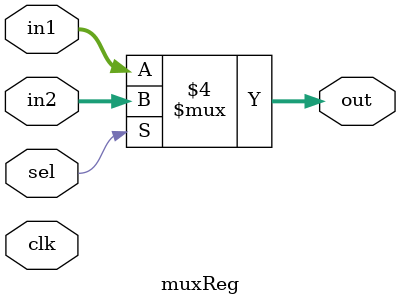
<source format=v>
`timescale 1ns / 1ps


module muxReg(clk,in1, in2, sel ,out);
    input [4:0] in1,in2;
    input sel;
    output reg [4:0] out;
    input clk;
    
    
    always @(*) begin
        if(sel == 0) out <= in1;
        else out <= in2;
    end
endmodule

</source>
